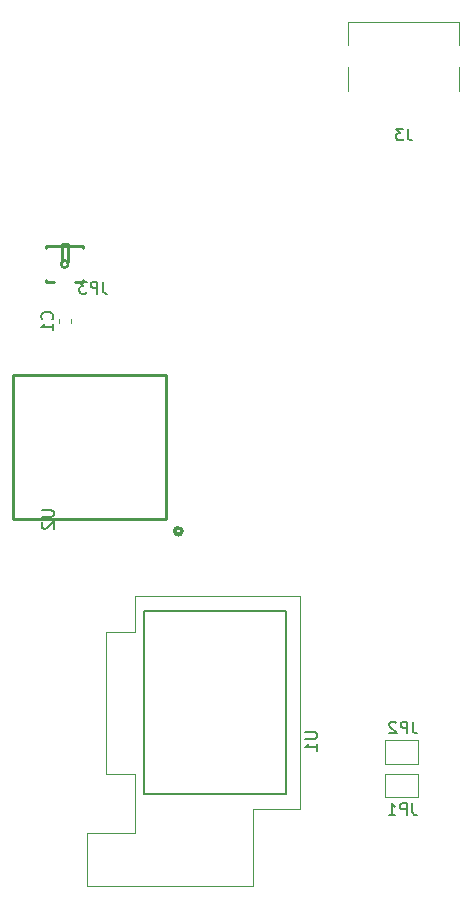
<source format=gbr>
%TF.GenerationSoftware,KiCad,Pcbnew,(5.1.9-0-10_14)*%
%TF.CreationDate,2021-02-17T21:02:51+08:00*%
%TF.ProjectId,bbb_multirouter,6262625f-6d75-46c7-9469-726f75746572,rev?*%
%TF.SameCoordinates,Original*%
%TF.FileFunction,Legend,Bot*%
%TF.FilePolarity,Positive*%
%FSLAX46Y46*%
G04 Gerber Fmt 4.6, Leading zero omitted, Abs format (unit mm)*
G04 Created by KiCad (PCBNEW (5.1.9-0-10_14)) date 2021-02-17 21:02:51*
%MOMM*%
%LPD*%
G01*
G04 APERTURE LIST*
%ADD10C,0.120000*%
%ADD11C,0.254000*%
%ADD12C,0.299999*%
%ADD13C,0.150114*%
%ADD14C,0.100076*%
%ADD15C,0.150000*%
G04 APERTURE END LIST*
D10*
%TO.C,C1*%
X131780100Y-75296133D02*
X131780100Y-75588667D01*
X132800100Y-75296133D02*
X132800100Y-75588667D01*
D11*
%TO.C,JP3*%
X132551372Y-70467492D02*
X132551372Y-68927490D01*
X132551372Y-68927490D02*
X132031434Y-68927490D01*
X132031434Y-68927490D02*
X132031434Y-70427360D01*
X133831278Y-69107576D02*
X133831278Y-69276232D01*
X133831278Y-71938660D02*
X133831278Y-72107570D01*
X133831278Y-72107570D02*
X133162496Y-72107570D01*
X131400244Y-72107570D02*
X130731462Y-72107570D01*
X130731462Y-72107570D02*
X130731462Y-71938660D01*
X130731462Y-69276232D02*
X130731462Y-69107576D01*
X130731462Y-69107576D02*
X133831278Y-69107576D01*
X132581090Y-70607446D02*
G75*
G03*
X132581090Y-70607446I-299720J0D01*
G01*
%TO.C,U2*%
X127890126Y-92202400D02*
X140890100Y-92202400D01*
X127890126Y-80002272D02*
X127890126Y-92202400D01*
X140890100Y-80002272D02*
X127890126Y-80002272D01*
X140890100Y-92202400D02*
X140890100Y-80002272D01*
D12*
X142206074Y-93218400D02*
G75*
G03*
X142206074Y-93218400I-299974J0D01*
G01*
D10*
%TO.C,JP2*%
X159430100Y-110892400D02*
X159430100Y-112892400D01*
X162230100Y-110892400D02*
X159430100Y-110892400D01*
X162230100Y-112892400D02*
X162230100Y-110892400D01*
X159430100Y-112892400D02*
X162230100Y-112892400D01*
%TO.C,JP1*%
X159430100Y-113742400D02*
X159430100Y-115742400D01*
X162230100Y-113742400D02*
X159430100Y-113742400D01*
X162230100Y-115742400D02*
X162230100Y-113742400D01*
X159430100Y-115742400D02*
X162230100Y-115742400D01*
D13*
%TO.C,U1*%
X139000210Y-115492264D02*
X151000186Y-115492264D01*
X139000210Y-99992422D02*
X139000210Y-115492264D01*
X151000186Y-99992422D02*
X139000210Y-99992422D01*
X151000186Y-115492264D02*
X151000186Y-99992422D01*
D14*
X138250148Y-113742458D02*
X138250148Y-118742448D01*
X135750026Y-113742458D02*
X138250148Y-113742458D01*
X135750026Y-101742482D02*
X135750026Y-113742458D01*
X138250148Y-101742482D02*
X135750026Y-101742482D01*
X138250148Y-98742488D02*
X138250148Y-101742482D01*
X152250120Y-98742488D02*
X138250148Y-98742488D01*
X152250120Y-116742452D02*
X152250120Y-98742488D01*
X148250128Y-116742452D02*
X152250120Y-116742452D01*
X148250128Y-123242312D02*
X148250128Y-116742452D01*
X134150080Y-123242312D02*
X148250128Y-123242312D01*
X134150080Y-118742448D02*
X134150080Y-123242312D01*
X138250148Y-118742448D02*
X134150080Y-118742448D01*
D10*
%TO.C,J3*%
X156310100Y-50132400D02*
X165710100Y-50132400D01*
X165710100Y-55932400D02*
X165710100Y-53932400D01*
X165710100Y-52032400D02*
X165710100Y-50132400D01*
X156310100Y-55932400D02*
X156310100Y-53932400D01*
X156310100Y-52032400D02*
X156310100Y-50132400D01*
%TO.C,C1*%
D15*
X131217242Y-75275733D02*
X131264861Y-75228114D01*
X131312480Y-75085257D01*
X131312480Y-74990019D01*
X131264861Y-74847161D01*
X131169623Y-74751923D01*
X131074385Y-74704304D01*
X130883909Y-74656685D01*
X130741052Y-74656685D01*
X130550576Y-74704304D01*
X130455338Y-74751923D01*
X130360100Y-74847161D01*
X130312480Y-74990019D01*
X130312480Y-75085257D01*
X130360100Y-75228114D01*
X130407719Y-75275733D01*
X131312480Y-76228114D02*
X131312480Y-75656685D01*
X131312480Y-75942400D02*
X130312480Y-75942400D01*
X130455338Y-75847161D01*
X130550576Y-75751923D01*
X130598195Y-75656685D01*
%TO.C,JP3*%
X135523433Y-72104780D02*
X135523433Y-72819066D01*
X135571052Y-72961923D01*
X135666290Y-73057161D01*
X135809147Y-73104780D01*
X135904385Y-73104780D01*
X135047242Y-73104780D02*
X135047242Y-72104780D01*
X134666290Y-72104780D01*
X134571052Y-72152400D01*
X134523433Y-72200019D01*
X134475814Y-72295257D01*
X134475814Y-72438114D01*
X134523433Y-72533352D01*
X134571052Y-72580971D01*
X134666290Y-72628590D01*
X135047242Y-72628590D01*
X134142480Y-72104780D02*
X133523433Y-72104780D01*
X133856766Y-72485733D01*
X133713909Y-72485733D01*
X133618671Y-72533352D01*
X133571052Y-72580971D01*
X133523433Y-72676209D01*
X133523433Y-72914304D01*
X133571052Y-73009542D01*
X133618671Y-73057161D01*
X133713909Y-73104780D01*
X133999623Y-73104780D01*
X134094861Y-73057161D01*
X134142480Y-73009542D01*
%TO.C,U2*%
X130342480Y-91440495D02*
X131152004Y-91440495D01*
X131247242Y-91488114D01*
X131294861Y-91535733D01*
X131342480Y-91630971D01*
X131342480Y-91821447D01*
X131294861Y-91916685D01*
X131247242Y-91964304D01*
X131152004Y-92011923D01*
X130342480Y-92011923D01*
X130437719Y-92440495D02*
X130390100Y-92488114D01*
X130342480Y-92583352D01*
X130342480Y-92821447D01*
X130390100Y-92916685D01*
X130437719Y-92964304D01*
X130532957Y-93011923D01*
X130628195Y-93011923D01*
X130771052Y-92964304D01*
X131342480Y-92392876D01*
X131342480Y-93011923D01*
%TO.C,JP2*%
X161773433Y-109334780D02*
X161773433Y-110049066D01*
X161821052Y-110191923D01*
X161916290Y-110287161D01*
X162059147Y-110334780D01*
X162154385Y-110334780D01*
X161297242Y-110334780D02*
X161297242Y-109334780D01*
X160916290Y-109334780D01*
X160821052Y-109382400D01*
X160773433Y-109430019D01*
X160725814Y-109525257D01*
X160725814Y-109668114D01*
X160773433Y-109763352D01*
X160821052Y-109810971D01*
X160916290Y-109858590D01*
X161297242Y-109858590D01*
X160344861Y-109430019D02*
X160297242Y-109382400D01*
X160202004Y-109334780D01*
X159963909Y-109334780D01*
X159868671Y-109382400D01*
X159821052Y-109430019D01*
X159773433Y-109525257D01*
X159773433Y-109620495D01*
X159821052Y-109763352D01*
X160392480Y-110334780D01*
X159773433Y-110334780D01*
%TO.C,JP1*%
X161713433Y-116254780D02*
X161713433Y-116969066D01*
X161761052Y-117111923D01*
X161856290Y-117207161D01*
X161999147Y-117254780D01*
X162094385Y-117254780D01*
X161237242Y-117254780D02*
X161237242Y-116254780D01*
X160856290Y-116254780D01*
X160761052Y-116302400D01*
X160713433Y-116350019D01*
X160665814Y-116445257D01*
X160665814Y-116588114D01*
X160713433Y-116683352D01*
X160761052Y-116730971D01*
X160856290Y-116778590D01*
X161237242Y-116778590D01*
X159713433Y-117254780D02*
X160284861Y-117254780D01*
X159999147Y-117254780D02*
X159999147Y-116254780D01*
X160094385Y-116397638D01*
X160189623Y-116492876D01*
X160284861Y-116540495D01*
%TO.C,U1*%
X152652480Y-110230495D02*
X153462004Y-110230495D01*
X153557242Y-110278114D01*
X153604861Y-110325733D01*
X153652480Y-110420971D01*
X153652480Y-110611447D01*
X153604861Y-110706685D01*
X153557242Y-110754304D01*
X153462004Y-110801923D01*
X152652480Y-110801923D01*
X153652480Y-111801923D02*
X153652480Y-111230495D01*
X153652480Y-111516209D02*
X152652480Y-111516209D01*
X152795338Y-111420971D01*
X152890576Y-111325733D01*
X152938195Y-111230495D01*
%TO.C,J3*%
X161343433Y-59129780D02*
X161343433Y-59844066D01*
X161391052Y-59986923D01*
X161486290Y-60082161D01*
X161629147Y-60129780D01*
X161724385Y-60129780D01*
X160962480Y-59129780D02*
X160343433Y-59129780D01*
X160676766Y-59510733D01*
X160533909Y-59510733D01*
X160438671Y-59558352D01*
X160391052Y-59605971D01*
X160343433Y-59701209D01*
X160343433Y-59939304D01*
X160391052Y-60034542D01*
X160438671Y-60082161D01*
X160533909Y-60129780D01*
X160819623Y-60129780D01*
X160914861Y-60082161D01*
X160962480Y-60034542D01*
%TD*%
M02*

</source>
